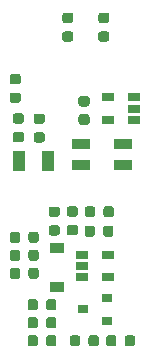
<source format=gbr>
G04 #@! TF.GenerationSoftware,KiCad,Pcbnew,(5.1.10)-1*
G04 #@! TF.CreationDate,2021-09-27T22:25:22-06:00*
G04 #@! TF.ProjectId,BlueMicro833_vddh,426c7565-4d69-4637-926f-3833335f7664,rev?*
G04 #@! TF.SameCoordinates,Original*
G04 #@! TF.FileFunction,Paste,Top*
G04 #@! TF.FilePolarity,Positive*
%FSLAX46Y46*%
G04 Gerber Fmt 4.6, Leading zero omitted, Abs format (unit mm)*
G04 Created by KiCad (PCBNEW (5.1.10)-1) date 2021-09-27 22:25:22*
%MOMM*%
%LPD*%
G01*
G04 APERTURE LIST*
%ADD10R,1.600000X0.850000*%
%ADD11R,1.000000X1.800000*%
%ADD12R,1.060000X0.650000*%
%ADD13R,1.200000X0.900000*%
%ADD14R,0.900000X0.800000*%
G04 APERTURE END LIST*
G36*
G01*
X104153133Y-118936575D02*
X103653133Y-118936575D01*
G75*
G02*
X103428133Y-118711575I0J225000D01*
G01*
X103428133Y-118261575D01*
G75*
G02*
X103653133Y-118036575I225000J0D01*
G01*
X104153133Y-118036575D01*
G75*
G02*
X104378133Y-118261575I0J-225000D01*
G01*
X104378133Y-118711575D01*
G75*
G02*
X104153133Y-118936575I-225000J0D01*
G01*
G37*
G36*
G01*
X104153133Y-120486575D02*
X103653133Y-120486575D01*
G75*
G02*
X103428133Y-120261575I0J225000D01*
G01*
X103428133Y-119811575D01*
G75*
G02*
X103653133Y-119586575I225000J0D01*
G01*
X104153133Y-119586575D01*
G75*
G02*
X104378133Y-119811575I0J-225000D01*
G01*
X104378133Y-120261575D01*
G75*
G02*
X104153133Y-120486575I-225000J0D01*
G01*
G37*
D10*
X103677133Y-122145775D03*
X103677133Y-123895775D03*
X107177133Y-122145775D03*
X107177133Y-123895775D03*
G36*
G01*
X101572033Y-138512525D02*
X101572033Y-139025025D01*
G75*
G02*
X101353283Y-139243775I-218750J0D01*
G01*
X100915783Y-139243775D01*
G75*
G02*
X100697033Y-139025025I0J218750D01*
G01*
X100697033Y-138512525D01*
G75*
G02*
X100915783Y-138293775I218750J0D01*
G01*
X101353283Y-138293775D01*
G75*
G02*
X101572033Y-138512525I0J-218750D01*
G01*
G37*
G36*
G01*
X99997033Y-138512525D02*
X99997033Y-139025025D01*
G75*
G02*
X99778283Y-139243775I-218750J0D01*
G01*
X99340783Y-139243775D01*
G75*
G02*
X99122033Y-139025025I0J218750D01*
G01*
X99122033Y-138512525D01*
G75*
G02*
X99340783Y-138293775I218750J0D01*
G01*
X99778283Y-138293775D01*
G75*
G02*
X99997033Y-138512525I0J-218750D01*
G01*
G37*
G36*
G01*
X103973533Y-128103025D02*
X103973533Y-127590525D01*
G75*
G02*
X104192283Y-127371775I218750J0D01*
G01*
X104629783Y-127371775D01*
G75*
G02*
X104848533Y-127590525I0J-218750D01*
G01*
X104848533Y-128103025D01*
G75*
G02*
X104629783Y-128321775I-218750J0D01*
G01*
X104192283Y-128321775D01*
G75*
G02*
X103973533Y-128103025I0J218750D01*
G01*
G37*
G36*
G01*
X105548533Y-128103025D02*
X105548533Y-127590525D01*
G75*
G02*
X105767283Y-127371775I218750J0D01*
G01*
X106204783Y-127371775D01*
G75*
G02*
X106423533Y-127590525I0J-218750D01*
G01*
X106423533Y-128103025D01*
G75*
G02*
X106204783Y-128321775I-218750J0D01*
G01*
X105767283Y-128321775D01*
G75*
G02*
X105548533Y-128103025I0J218750D01*
G01*
G37*
D11*
X98360533Y-123528775D03*
X100860533Y-123528775D03*
D12*
X103717533Y-131468775D03*
X103717533Y-132418775D03*
X103717533Y-133368775D03*
X105917533Y-133368775D03*
X105917533Y-131468775D03*
G36*
G01*
X105777034Y-139025025D02*
X105777034Y-138512525D01*
G75*
G02*
X105995784Y-138293775I218750J0D01*
G01*
X106433284Y-138293775D01*
G75*
G02*
X106652034Y-138512525I0J-218750D01*
G01*
X106652034Y-139025025D01*
G75*
G02*
X106433284Y-139243775I-218750J0D01*
G01*
X105995784Y-139243775D01*
G75*
G02*
X105777034Y-139025025I0J218750D01*
G01*
G37*
G36*
G01*
X107352034Y-139025025D02*
X107352034Y-138512525D01*
G75*
G02*
X107570784Y-138293775I218750J0D01*
G01*
X108008284Y-138293775D01*
G75*
G02*
X108227034Y-138512525I0J-218750D01*
G01*
X108227034Y-139025025D01*
G75*
G02*
X108008284Y-139243775I-218750J0D01*
G01*
X107570784Y-139243775D01*
G75*
G02*
X107352034Y-139025025I0J218750D01*
G01*
G37*
G36*
G01*
X98596783Y-121959775D02*
X98084283Y-121959775D01*
G75*
G02*
X97865533Y-121741025I0J218750D01*
G01*
X97865533Y-121303525D01*
G75*
G02*
X98084283Y-121084775I218750J0D01*
G01*
X98596783Y-121084775D01*
G75*
G02*
X98815533Y-121303525I0J-218750D01*
G01*
X98815533Y-121741025D01*
G75*
G02*
X98596783Y-121959775I-218750J0D01*
G01*
G37*
G36*
G01*
X98596783Y-120384775D02*
X98084283Y-120384775D01*
G75*
G02*
X97865533Y-120166025I0J218750D01*
G01*
X97865533Y-119728525D01*
G75*
G02*
X98084283Y-119509775I218750J0D01*
G01*
X98596783Y-119509775D01*
G75*
G02*
X98815533Y-119728525I0J-218750D01*
G01*
X98815533Y-120166025D01*
G75*
G02*
X98596783Y-120384775I-218750J0D01*
G01*
G37*
G36*
G01*
X99862283Y-119535276D02*
X100374783Y-119535276D01*
G75*
G02*
X100593533Y-119754026I0J-218750D01*
G01*
X100593533Y-120191526D01*
G75*
G02*
X100374783Y-120410276I-218750J0D01*
G01*
X99862283Y-120410276D01*
G75*
G02*
X99643533Y-120191526I0J218750D01*
G01*
X99643533Y-119754026D01*
G75*
G02*
X99862283Y-119535276I218750J0D01*
G01*
G37*
G36*
G01*
X99862283Y-121110276D02*
X100374783Y-121110276D01*
G75*
G02*
X100593533Y-121329026I0J-218750D01*
G01*
X100593533Y-121766526D01*
G75*
G02*
X100374783Y-121985276I-218750J0D01*
G01*
X99862283Y-121985276D01*
G75*
G02*
X99643533Y-121766526I0J218750D01*
G01*
X99643533Y-121329026D01*
G75*
G02*
X99862283Y-121110276I218750J0D01*
G01*
G37*
G36*
G01*
X98342783Y-118632275D02*
X97830283Y-118632275D01*
G75*
G02*
X97611533Y-118413525I0J218750D01*
G01*
X97611533Y-117976025D01*
G75*
G02*
X97830283Y-117757275I218750J0D01*
G01*
X98342783Y-117757275D01*
G75*
G02*
X98561533Y-117976025I0J-218750D01*
G01*
X98561533Y-118413525D01*
G75*
G02*
X98342783Y-118632275I-218750J0D01*
G01*
G37*
G36*
G01*
X98342783Y-117057275D02*
X97830283Y-117057275D01*
G75*
G02*
X97611533Y-116838525I0J218750D01*
G01*
X97611533Y-116401025D01*
G75*
G02*
X97830283Y-116182275I218750J0D01*
G01*
X98342783Y-116182275D01*
G75*
G02*
X98561533Y-116401025I0J-218750D01*
G01*
X98561533Y-116838525D01*
G75*
G02*
X98342783Y-117057275I-218750J0D01*
G01*
G37*
G36*
G01*
X99997033Y-135464525D02*
X99997033Y-135977025D01*
G75*
G02*
X99778283Y-136195775I-218750J0D01*
G01*
X99340783Y-136195775D01*
G75*
G02*
X99122033Y-135977025I0J218750D01*
G01*
X99122033Y-135464525D01*
G75*
G02*
X99340783Y-135245775I218750J0D01*
G01*
X99778283Y-135245775D01*
G75*
G02*
X99997033Y-135464525I0J-218750D01*
G01*
G37*
G36*
G01*
X101572033Y-135464525D02*
X101572033Y-135977025D01*
G75*
G02*
X101353283Y-136195775I-218750J0D01*
G01*
X100915783Y-136195775D01*
G75*
G02*
X100697033Y-135977025I0J218750D01*
G01*
X100697033Y-135464525D01*
G75*
G02*
X100915783Y-135245775I218750J0D01*
G01*
X101353283Y-135245775D01*
G75*
G02*
X101572033Y-135464525I0J-218750D01*
G01*
G37*
G36*
G01*
X99198533Y-131786025D02*
X99198533Y-131273525D01*
G75*
G02*
X99417283Y-131054775I218750J0D01*
G01*
X99854783Y-131054775D01*
G75*
G02*
X100073533Y-131273525I0J-218750D01*
G01*
X100073533Y-131786025D01*
G75*
G02*
X99854783Y-132004775I-218750J0D01*
G01*
X99417283Y-132004775D01*
G75*
G02*
X99198533Y-131786025I0J218750D01*
G01*
G37*
G36*
G01*
X97623533Y-131786025D02*
X97623533Y-131273525D01*
G75*
G02*
X97842283Y-131054775I218750J0D01*
G01*
X98279783Y-131054775D01*
G75*
G02*
X98498533Y-131273525I0J-218750D01*
G01*
X98498533Y-131786025D01*
G75*
G02*
X98279783Y-132004775I-218750J0D01*
G01*
X97842283Y-132004775D01*
G75*
G02*
X97623533Y-131786025I0J218750D01*
G01*
G37*
G36*
G01*
X105523033Y-129754025D02*
X105523033Y-129241525D01*
G75*
G02*
X105741783Y-129022775I218750J0D01*
G01*
X106179283Y-129022775D01*
G75*
G02*
X106398033Y-129241525I0J-218750D01*
G01*
X106398033Y-129754025D01*
G75*
G02*
X106179283Y-129972775I-218750J0D01*
G01*
X105741783Y-129972775D01*
G75*
G02*
X105523033Y-129754025I0J218750D01*
G01*
G37*
G36*
G01*
X103948033Y-129754025D02*
X103948033Y-129241525D01*
G75*
G02*
X104166783Y-129022775I218750J0D01*
G01*
X104604283Y-129022775D01*
G75*
G02*
X104823033Y-129241525I0J-218750D01*
G01*
X104823033Y-129754025D01*
G75*
G02*
X104604283Y-129972775I-218750J0D01*
G01*
X104166783Y-129972775D01*
G75*
G02*
X103948033Y-129754025I0J218750D01*
G01*
G37*
G36*
G01*
X103168783Y-128258775D02*
X102656283Y-128258775D01*
G75*
G02*
X102437533Y-128040025I0J218750D01*
G01*
X102437533Y-127602525D01*
G75*
G02*
X102656283Y-127383775I218750J0D01*
G01*
X103168783Y-127383775D01*
G75*
G02*
X103387533Y-127602525I0J-218750D01*
G01*
X103387533Y-128040025D01*
G75*
G02*
X103168783Y-128258775I-218750J0D01*
G01*
G37*
G36*
G01*
X103168783Y-129833775D02*
X102656283Y-129833775D01*
G75*
G02*
X102437533Y-129615025I0J218750D01*
G01*
X102437533Y-129177525D01*
G75*
G02*
X102656283Y-128958775I218750J0D01*
G01*
X103168783Y-128958775D01*
G75*
G02*
X103387533Y-129177525I0J-218750D01*
G01*
X103387533Y-129615025D01*
G75*
G02*
X103168783Y-129833775I-218750J0D01*
G01*
G37*
G36*
G01*
X101644783Y-129859281D02*
X101132283Y-129859281D01*
G75*
G02*
X100913533Y-129640531I0J218750D01*
G01*
X100913533Y-129203031D01*
G75*
G02*
X101132283Y-128984281I218750J0D01*
G01*
X101644783Y-128984281D01*
G75*
G02*
X101863533Y-129203031I0J-218750D01*
G01*
X101863533Y-129640531D01*
G75*
G02*
X101644783Y-129859281I-218750J0D01*
G01*
G37*
G36*
G01*
X101644783Y-128284281D02*
X101132283Y-128284281D01*
G75*
G02*
X100913533Y-128065531I0J218750D01*
G01*
X100913533Y-127628031D01*
G75*
G02*
X101132283Y-127409281I218750J0D01*
G01*
X101644783Y-127409281D01*
G75*
G02*
X101863533Y-127628031I0J-218750D01*
G01*
X101863533Y-128065531D01*
G75*
G02*
X101644783Y-128284281I-218750J0D01*
G01*
G37*
G36*
G01*
X100073533Y-129749525D02*
X100073533Y-130262025D01*
G75*
G02*
X99854783Y-130480775I-218750J0D01*
G01*
X99417283Y-130480775D01*
G75*
G02*
X99198533Y-130262025I0J218750D01*
G01*
X99198533Y-129749525D01*
G75*
G02*
X99417283Y-129530775I218750J0D01*
G01*
X99854783Y-129530775D01*
G75*
G02*
X100073533Y-129749525I0J-218750D01*
G01*
G37*
G36*
G01*
X98498533Y-129749525D02*
X98498533Y-130262025D01*
G75*
G02*
X98279783Y-130480775I-218750J0D01*
G01*
X97842283Y-130480775D01*
G75*
G02*
X97623533Y-130262025I0J218750D01*
G01*
X97623533Y-129749525D01*
G75*
G02*
X97842283Y-129530775I218750J0D01*
G01*
X98279783Y-129530775D01*
G75*
G02*
X98498533Y-129749525I0J-218750D01*
G01*
G37*
G36*
G01*
X99997033Y-136988525D02*
X99997033Y-137501025D01*
G75*
G02*
X99778283Y-137719775I-218750J0D01*
G01*
X99340783Y-137719775D01*
G75*
G02*
X99122033Y-137501025I0J218750D01*
G01*
X99122033Y-136988525D01*
G75*
G02*
X99340783Y-136769775I218750J0D01*
G01*
X99778283Y-136769775D01*
G75*
G02*
X99997033Y-136988525I0J-218750D01*
G01*
G37*
G36*
G01*
X101572033Y-136988525D02*
X101572033Y-137501025D01*
G75*
G02*
X101353283Y-137719775I-218750J0D01*
G01*
X100915783Y-137719775D01*
G75*
G02*
X100697033Y-137501025I0J218750D01*
G01*
X100697033Y-136988525D01*
G75*
G02*
X100915783Y-136769775I218750J0D01*
G01*
X101353283Y-136769775D01*
G75*
G02*
X101572033Y-136988525I0J-218750D01*
G01*
G37*
G36*
G01*
X97623533Y-133310025D02*
X97623533Y-132797525D01*
G75*
G02*
X97842283Y-132578775I218750J0D01*
G01*
X98279783Y-132578775D01*
G75*
G02*
X98498533Y-132797525I0J-218750D01*
G01*
X98498533Y-133310025D01*
G75*
G02*
X98279783Y-133528775I-218750J0D01*
G01*
X97842283Y-133528775D01*
G75*
G02*
X97623533Y-133310025I0J218750D01*
G01*
G37*
G36*
G01*
X99198533Y-133310025D02*
X99198533Y-132797525D01*
G75*
G02*
X99417283Y-132578775I218750J0D01*
G01*
X99854783Y-132578775D01*
G75*
G02*
X100073533Y-132797525I0J-218750D01*
G01*
X100073533Y-133310025D01*
G75*
G02*
X99854783Y-133528775I-218750J0D01*
G01*
X99417283Y-133528775D01*
G75*
G02*
X99198533Y-133310025I0J218750D01*
G01*
G37*
G36*
G01*
X105153533Y-138512525D02*
X105153533Y-139025025D01*
G75*
G02*
X104934783Y-139243775I-218750J0D01*
G01*
X104497283Y-139243775D01*
G75*
G02*
X104278533Y-139025025I0J218750D01*
G01*
X104278533Y-138512525D01*
G75*
G02*
X104497283Y-138293775I218750J0D01*
G01*
X104934783Y-138293775D01*
G75*
G02*
X105153533Y-138512525I0J-218750D01*
G01*
G37*
G36*
G01*
X103578533Y-138512525D02*
X103578533Y-139025025D01*
G75*
G02*
X103359783Y-139243775I-218750J0D01*
G01*
X102922283Y-139243775D01*
G75*
G02*
X102703533Y-139025025I0J218750D01*
G01*
X102703533Y-138512525D01*
G75*
G02*
X102922283Y-138293775I218750J0D01*
G01*
X103359783Y-138293775D01*
G75*
G02*
X103578533Y-138512525I0J-218750D01*
G01*
G37*
D13*
X101642533Y-134196775D03*
X101642533Y-130896775D03*
D14*
X105817533Y-137051775D03*
X105817533Y-135151775D03*
X103817533Y-136101775D03*
G36*
G01*
X105835783Y-113450775D02*
X105323283Y-113450775D01*
G75*
G02*
X105104533Y-113232025I0J218750D01*
G01*
X105104533Y-112794525D01*
G75*
G02*
X105323283Y-112575775I218750J0D01*
G01*
X105835783Y-112575775D01*
G75*
G02*
X106054533Y-112794525I0J-218750D01*
G01*
X106054533Y-113232025D01*
G75*
G02*
X105835783Y-113450775I-218750J0D01*
G01*
G37*
G36*
G01*
X105835783Y-111875775D02*
X105323283Y-111875775D01*
G75*
G02*
X105104533Y-111657025I0J218750D01*
G01*
X105104533Y-111219525D01*
G75*
G02*
X105323283Y-111000775I218750J0D01*
G01*
X105835783Y-111000775D01*
G75*
G02*
X106054533Y-111219525I0J-218750D01*
G01*
X106054533Y-111657025D01*
G75*
G02*
X105835783Y-111875775I-218750J0D01*
G01*
G37*
G36*
G01*
X102787783Y-111875775D02*
X102275283Y-111875775D01*
G75*
G02*
X102056533Y-111657025I0J218750D01*
G01*
X102056533Y-111219525D01*
G75*
G02*
X102275283Y-111000775I218750J0D01*
G01*
X102787783Y-111000775D01*
G75*
G02*
X103006533Y-111219525I0J-218750D01*
G01*
X103006533Y-111657025D01*
G75*
G02*
X102787783Y-111875775I-218750J0D01*
G01*
G37*
G36*
G01*
X102787783Y-113450775D02*
X102275283Y-113450775D01*
G75*
G02*
X102056533Y-113232025I0J218750D01*
G01*
X102056533Y-112794525D01*
G75*
G02*
X102275283Y-112575775I218750J0D01*
G01*
X102787783Y-112575775D01*
G75*
G02*
X103006533Y-112794525I0J-218750D01*
G01*
X103006533Y-113232025D01*
G75*
G02*
X102787783Y-113450775I-218750J0D01*
G01*
G37*
D12*
X108152733Y-120059175D03*
X108152733Y-119109175D03*
X108152733Y-118159175D03*
X105952733Y-118159175D03*
X105952733Y-120059175D03*
M02*

</source>
